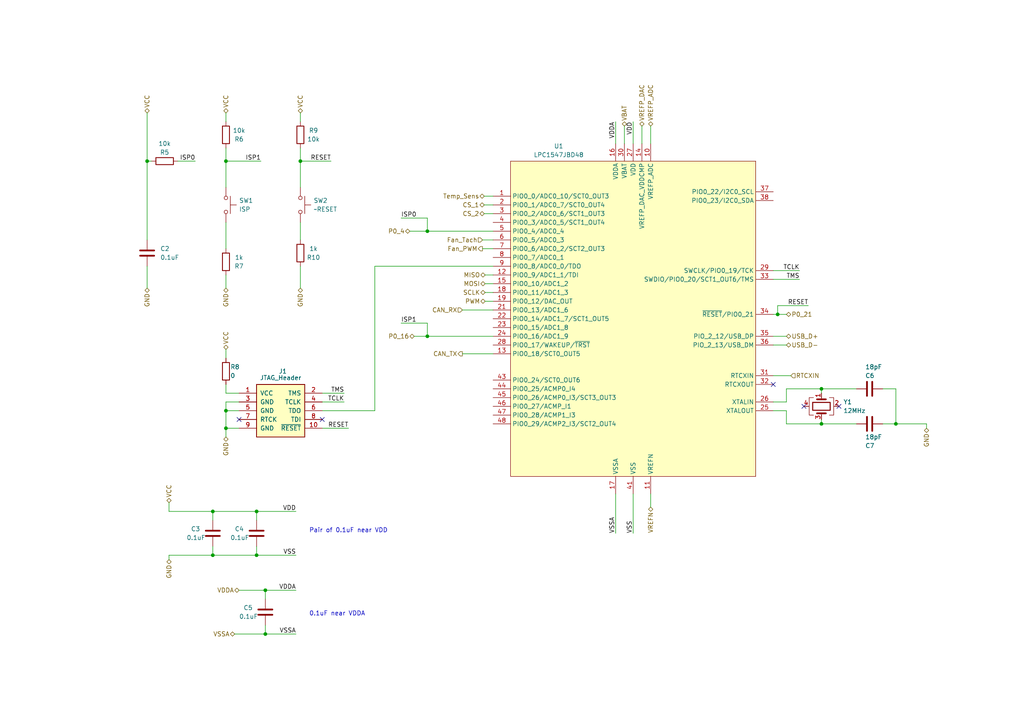
<source format=kicad_sch>
(kicad_sch (version 20230121) (generator eeschema)
  (paper "A4")
  (lib_symbols
    (symbol "Connector_ISC:JTAG_header" (pin_names (offset 1.016))
      (property "Reference" "J" (at -5.08 -2.54 0))
      (property "Value" "JTAG_header" (at 0 -21.59 0))
      (symbol "JTAG_header_0_1"
        (rectangle (start -6.35 -3.81) (end 7.62 -19.05) (stroke (width 0.254)) (fill (type background)))
      )
      (symbol "JTAG_header_1_1"
        (pin passive line (at -11.43 -6.35 0) (length 5.08) (name "VCC") (number "1"))
        (pin passive line (at 12.7 -16.51 180) (length 5.08) (name "~{RESET}") (number "10"))
        (pin passive line (at 12.7 -6.35 180) (length 5.08) (name "TMS") (number "2"))
        (pin passive line (at -11.43 -8.89 0) (length 5.08) (name "GND") (number "3"))
        (pin passive line (at 12.7 -8.89 180) (length 5.08) (name "TCLK") (number "4"))
        (pin passive line (at -11.43 -11.43 0) (length 5.08) (name "GND") (number "5"))
        (pin passive line (at 12.7 -11.43 180) (length 5.08) (name "TDO") (number "6"))
        (pin passive line (at -11.43 -13.97 0) (length 5.08) (name "RTCK") (number "7"))
        (pin passive line (at 12.7 -13.97 180) (length 5.08) (name "TDI") (number "8"))
        (pin passive line (at -11.43 -16.51 0) (length 5.08) (name "GND") (number "9"))
      )
    )
    (symbol "MCU:LPC1517JBD48"
      (property "Reference" "U" (at -1.27 2.54 0))
      (property "Value" "LPC1517JBD48" (at -1.27 0 0))
      (symbol "LPC1517JBD48_1_1"
        (rectangle (start -34.29 -46.99) (end 36.83 44.45) (fill (type background)))
        (pin bidirectional line (at -39.37 34.29 0) (length 5.08) (name "PIO0_0/ADC0_10/SCT0_OUT3") (number "1"))
        (pin power_in line (at 6.35 49.53 270) (length 5.08) (name "VREFP_ADC") (number "10"))
        (pin power_in line (at 6.35 -52.07 90) (length 5.08) (name "VREFN") (number "11"))
        (pin bidirectional line (at -39.37 11.43 0) (length 5.08) (name "PIO0_9/ADC1_1/TDI") (number "12"))
        (pin bidirectional line (at -39.37 -11.43 0) (length 5.08) (name "PIO0_18/SCT0_OUT5") (number "13"))
        (pin power_in line (at 3.81 49.53 270) (length 5.08) (name "VREFP_DAC_VDDCMP") (number "14"))
        (pin bidirectional line (at -39.37 8.89 0) (length 5.08) (name "PIO0_10/ADC1_2") (number "15"))
        (pin power_in line (at -3.81 49.53 270) (length 5.08) (name "VDDA") (number "16"))
        (pin power_in line (at -3.81 -52.07 90) (length 5.08) (name "VSSA") (number "17"))
        (pin bidirectional line (at -39.37 6.35 0) (length 5.08) (name "PIO0_11/ADC1_3") (number "18"))
        (pin bidirectional line (at -39.37 3.81 0) (length 5.08) (name "PIO0_12/DAC_OUT") (number "19"))
        (pin bidirectional line (at -39.37 31.75 0) (length 5.08) (name "PIO0_1/ADC0_7/SCT0_OUT4") (number "2"))
        (pin passive line (at 1.27 -52.07 90) (length 5.08) hide (name "VSS") (number "20"))
        (pin bidirectional line (at -39.37 1.27 0) (length 5.08) (name "PIO0_13/ADC1_6") (number "21"))
        (pin bidirectional line (at -39.37 -1.27 0) (length 5.08) (name "PIO0_14/ADC1_7/SCT1_OUT5") (number "22"))
        (pin bidirectional line (at -39.37 -3.81 0) (length 5.08) (name "PIO0_15/ADC1_8") (number "23"))
        (pin bidirectional line (at -39.37 -6.35 0) (length 5.08) (name "PIO0_16/ADC1_9") (number "24"))
        (pin bidirectional line (at 41.91 -27.94 180) (length 5.08) (name "XTALOUT") (number "25"))
        (pin bidirectional line (at 41.91 -25.4 180) (length 5.08) (name "XTALIN") (number "26"))
        (pin power_in line (at 1.27 49.53 270) (length 5.08) (name "VDD") (number "27"))
        (pin bidirectional line (at -39.37 -8.89 0) (length 5.08) (name "PIO0_17/WAKEUP/~{TRST}") (number "28"))
        (pin bidirectional line (at 41.91 12.7 180) (length 5.08) (name "SWCLK/PIO0_19/TCK") (number "29"))
        (pin bidirectional line (at -39.37 29.21 0) (length 5.08) (name "PIO0_2/ADC0_6/SCT1_OUT3") (number "3"))
        (pin power_in line (at -1.27 49.53 270) (length 5.08) (name "VBAT") (number "30"))
        (pin input line (at 41.91 -17.78 180) (length 5.08) (name "RTCXIN") (number "31"))
        (pin bidirectional line (at 41.91 -20.32 180) (length 5.08) (name "RTCXOUT") (number "32"))
        (pin bidirectional line (at 41.91 10.16 180) (length 5.08) (name "SWDIO/PIO0_20/SCT1_OUT6/TMS") (number "33"))
        (pin bidirectional line (at 41.91 0 180) (length 5.08) (name "~{RESET}/PIO0_21") (number "34"))
        (pin bidirectional line (at 41.91 -6.35 180) (length 5.08) (name "PIO_2_12/USB_DP") (number "35"))
        (pin bidirectional line (at 41.91 -8.89 180) (length 5.08) (name "PIO_2_13/USB_DM") (number "36"))
        (pin bidirectional line (at 41.91 35.56 180) (length 5.08) (name "PIO0_22/I2C0_SCL") (number "37"))
        (pin bidirectional line (at 41.91 33.02 180) (length 5.08) (name "PIO0_23/I2C0_SDA") (number "38"))
        (pin passive line (at 1.27 49.53 270) (length 5.08) hide (name "VDD") (number "39"))
        (pin bidirectional line (at -39.37 26.67 0) (length 5.08) (name "PIO0_3/ADC0_5/SCT1_OUT4") (number "4"))
        (pin passive line (at 1.27 -52.07 90) (length 5.08) hide (name "VSS") (number "40"))
        (pin power_in line (at 1.27 -52.07 90) (length 5.08) (name "VSS") (number "41"))
        (pin passive line (at 1.27 49.53 270) (length 5.08) hide (name "VDD") (number "42"))
        (pin bidirectional line (at -39.37 -19.05 0) (length 5.08) (name "PIO0_24/SCT0_OUT6") (number "43"))
        (pin bidirectional line (at -39.37 -21.59 0) (length 5.08) (name "PIO0_25/ACMP0_I4") (number "44"))
        (pin bidirectional line (at -39.37 -24.13 0) (length 5.08) (name "PIO0_26/ACMP0_I3/SCT3_OUT3") (number "45"))
        (pin bidirectional line (at -39.37 -26.67 0) (length 5.08) (name "PIO0_27/ACMP_I1") (number "46"))
        (pin bidirectional line (at -39.37 -29.21 0) (length 5.08) (name "PIO0_28/ACMP1_I3") (number "47"))
        (pin bidirectional line (at -39.37 -31.75 0) (length 5.08) (name "PIO0_29/ACMP2_I3/SCT2_OUT4") (number "48"))
        (pin bidirectional line (at -39.37 24.13 0) (length 5.08) (name "PIO0_4/ADC0_4") (number "5"))
        (pin bidirectional line (at -39.37 21.59 0) (length 5.08) (name "PIO0_5/ADC0_3") (number "6"))
        (pin bidirectional line (at -39.37 19.05 0) (length 5.08) (name "PIO0_6/ADC0_2/SCT2_OUT3") (number "7"))
        (pin bidirectional line (at -39.37 16.51 0) (length 5.08) (name "PIO0_7/ADC0_1") (number "8"))
        (pin bidirectional line (at -39.37 13.97 0) (length 5.08) (name "PIO0_8/ADC0_0/TDO") (number "9"))
      )
    )
    (symbol "Switch:SW_Push" (pin_numbers hide) (pin_names (offset 1.016) hide)
      (property "Reference" "SW" (at 1.27 2.54 0))
      (property "Value" "SW_Push" (at 0 -1.524 0))
      (symbol "SW_Push_0_1"
        (circle (center -2.032 0) (radius 0.508))
        (polyline (pts (xy 0 1.27) (xy 0 3.048)))
        (polyline (pts (xy 2.54 1.27) (xy -2.54 1.27)))
        (circle (center 2.032 0) (radius 0.508))
        (pin passive line (at -5.08 0 0) (length 2.54) (name "1") (number "1"))
        (pin passive line (at 5.08 0 180) (length 2.54) (name "2") (number "2"))
      )
    )
    (symbol "device:C" (pin_numbers hide) (pin_names (offset 0.254))
      (property "Reference" "C" (at 0.635 2.54 0))
      (property "Value" "C" (at 0.635 -2.54 0))
      (symbol "C_0_1"
        (polyline (pts (xy -2.032 -0.762) (xy 2.032 -0.762)) (stroke (width 0.508)))
        (polyline (pts (xy -2.032 0.762) (xy 2.032 0.762)) (stroke (width 0.508)))
      )
      (symbol "C_1_1"
        (pin passive line (at 0 3.81 270) (length 2.794) (name "~") (number "1"))
        (pin passive line (at 0 -3.81 90) (length 2.794) (name "~") (number "2"))
      )
    )
    (symbol "device:Crystal_GND24" (pin_names (offset 1.016) hide)
      (property "Reference" "Y" (at 3.175 5.08 0))
      (property "Value" "Crystal_GND24" (at 3.175 3.175 0))
      (symbol "Crystal_GND24_0_1"
        (rectangle (start -1.143 2.54) (end 1.143 -2.54) (stroke (width 0.3048)))
        (polyline (pts (xy -2.54 0) (xy -2.032 0)))
        (polyline (pts (xy -2.032 -1.27) (xy -2.032 1.27)) (stroke (width 0.508)))
        (polyline (pts (xy 0 -3.81) (xy 0 -3.556)))
        (polyline (pts (xy 0 3.556) (xy 0 3.81)))
        (polyline (pts (xy 2.032 -1.27) (xy 2.032 1.27)) (stroke (width 0.508)))
        (polyline (pts (xy 2.032 0) (xy 2.54 0)))
        (polyline (pts (xy -2.54 -2.286) (xy -2.54 -3.556) (xy 2.54 -3.556) (xy 2.54 -2.286)))
        (polyline (pts (xy -2.54 2.286) (xy -2.54 3.556) (xy 2.54 3.556) (xy 2.54 2.286)))
      )
      (symbol "Crystal_GND24_1_1"
        (pin passive line (at -3.81 0 0) (length 1.27) (name "1") (number "1"))
        (pin passive line (at 0 5.08 270) (length 1.27) (name "2") (number "2"))
        (pin passive line (at 3.81 0 180) (length 1.27) (name "3") (number "3"))
        (pin passive line (at 0 -5.08 90) (length 1.27) (name "4") (number "4"))
      )
    )
    (symbol "device:R" (pin_numbers hide) (pin_names (offset 0))
      (property "Reference" "R" (at 2.032 0 90))
      (property "Value" "R" (at 0 0 90))
      (symbol "R_0_1"
        (rectangle (start -1.016 -2.54) (end 1.016 2.54) (stroke (width 0.254)))
      )
      (symbol "R_1_1"
        (pin passive line (at 0 3.81 270) (length 1.27) (name "~") (number "1"))
        (pin passive line (at 0 -3.81 90) (length 1.27) (name "~") (number "2"))
      )
    )
  )
  (junction (at 76.962 171.196))
  (junction (at 123.952 67.056))
  (junction (at 238.252 112.776))
  (junction (at 123.952 97.536))
  (junction (at 74.422 161.036))
  (junction (at 238.252 122.936))
  (junction (at 87.122 46.736))
  (junction (at 42.672 46.736))
  (junction (at 225.552 91.186))
  (junction (at 76.962 183.896))
  (junction (at 65.532 46.736))
  (junction (at 259.842 122.936))
  (junction (at 61.722 161.036))
  (junction (at 74.422 148.336))
  (junction (at 65.532 119.126))
  (junction (at 65.532 124.206))
  (junction (at 61.722 148.336))
  (no_connect (at 224.282 111.506))
  (no_connect (at 233.172 117.856))
  (no_connect (at 93.472 121.666))
  (no_connect (at 243.332 117.856))
  (no_connect (at 69.342 121.666))
  (wire (pts (xy 123.952 67.056) (xy 143.002 67.056)))
  (wire (pts (xy 65.532 124.206) (xy 65.532 126.746)))
  (wire (pts (xy 49.022 161.036) (xy 61.722 161.036)))
  (wire (pts (xy 118.872 67.056) (xy 123.952 67.056)))
  (wire (pts (xy 69.342 116.586) (xy 65.532 116.586)))
  (wire (pts (xy 61.722 148.336) (xy 74.422 148.336)))
  (wire (pts (xy 123.952 97.536) (xy 143.002 97.536)))
  (wire (pts (xy 87.122 64.516) (xy 87.122 69.596)))
  (wire (pts (xy 76.962 181.356) (xy 76.962 183.896)))
  (wire (pts (xy 228.092 119.126) (xy 228.092 122.936)))
  (wire (pts (xy 74.422 158.496) (xy 74.422 161.036)))
  (wire (pts (xy 43.942 46.736) (xy 42.672 46.736)))
  (wire (pts (xy 225.552 91.186) (xy 225.552 88.646)))
  (wire (pts (xy 51.562 46.736) (xy 56.642 46.736)))
  (wire (pts (xy 238.252 121.666) (xy 238.252 122.936)))
  (wire (pts (xy 225.552 91.186) (xy 228.092 91.186)))
  (wire (pts (xy 140.462 61.976) (xy 143.002 61.976)))
  (wire (pts (xy 68.072 183.896) (xy 76.962 183.896)))
  (wire (pts (xy 268.732 122.936) (xy 268.732 124.206)))
  (wire (pts (xy 76.962 171.196) (xy 85.852 171.196)))
  (wire (pts (xy 256.032 112.776) (xy 259.842 112.776)))
  (wire (pts (xy 188.722 147.066) (xy 188.722 143.256)))
  (wire (pts (xy 93.472 124.206) (xy 101.092 124.206)))
  (wire (pts (xy 224.282 81.026) (xy 231.902 81.026)))
  (wire (pts (xy 65.532 42.926) (xy 65.532 46.736)))
  (wire (pts (xy 225.552 88.646) (xy 234.442 88.646)))
  (wire (pts (xy 93.472 116.586) (xy 99.822 116.586)))
  (wire (pts (xy 238.252 122.936) (xy 248.412 122.936)))
  (wire (pts (xy 74.422 150.876) (xy 74.422 148.336)))
  (wire (pts (xy 238.252 114.046) (xy 238.252 112.776)))
  (wire (pts (xy 61.722 161.036) (xy 74.422 161.036)))
  (wire (pts (xy 116.332 63.246) (xy 123.952 63.246)))
  (wire (pts (xy 120.142 97.536) (xy 123.952 97.536)))
  (wire (pts (xy 228.092 122.936) (xy 238.252 122.936)))
  (wire (pts (xy 87.122 46.736) (xy 87.122 54.356)))
  (wire (pts (xy 140.716 84.836) (xy 143.002 84.836)))
  (wire (pts (xy 259.842 112.776) (xy 259.842 122.936)))
  (wire (pts (xy 123.952 97.536) (xy 123.952 93.726)))
  (wire (pts (xy 87.122 32.766) (xy 87.122 35.306)))
  (wire (pts (xy 69.342 119.126) (xy 65.532 119.126)))
  (wire (pts (xy 87.122 77.216) (xy 87.122 83.566)))
  (wire (pts (xy 256.032 122.936) (xy 259.842 122.936)))
  (wire (pts (xy 134.112 102.616) (xy 143.002 102.616)))
  (wire (pts (xy 108.712 119.126) (xy 93.472 119.126)))
  (wire (pts (xy 224.282 78.486) (xy 231.902 78.486)))
  (wire (pts (xy 228.092 116.586) (xy 228.092 112.776)))
  (wire (pts (xy 96.012 46.736) (xy 87.122 46.736)))
  (wire (pts (xy 65.532 35.306) (xy 65.532 32.766)))
  (wire (pts (xy 61.722 150.876) (xy 61.722 148.336)))
  (wire (pts (xy 139.954 72.136) (xy 143.002 72.136)))
  (wire (pts (xy 42.672 46.736) (xy 42.672 69.596)))
  (wire (pts (xy 188.722 41.656) (xy 188.722 36.576)))
  (wire (pts (xy 69.342 124.206) (xy 65.532 124.206)))
  (wire (pts (xy 76.962 171.196) (xy 76.962 173.736)))
  (wire (pts (xy 238.252 112.776) (xy 248.412 112.776)))
  (wire (pts (xy 186.182 41.656) (xy 186.182 36.576)))
  (wire (pts (xy 49.022 145.796) (xy 49.022 148.336)))
  (wire (pts (xy 87.122 42.926) (xy 87.122 46.736)))
  (wire (pts (xy 139.954 69.596) (xy 143.002 69.596)))
  (wire (pts (xy 140.462 59.436) (xy 143.002 59.436)))
  (wire (pts (xy 49.022 148.336) (xy 61.722 148.336)))
  (wire (pts (xy 74.422 161.036) (xy 85.852 161.036)))
  (wire (pts (xy 140.462 56.896) (xy 143.002 56.896)))
  (wire (pts (xy 183.642 35.306) (xy 183.642 41.656)))
  (wire (pts (xy 228.092 112.776) (xy 238.252 112.776)))
  (wire (pts (xy 76.962 183.896) (xy 85.852 183.896)))
  (wire (pts (xy 143.002 89.916) (xy 134.112 89.916)))
  (wire (pts (xy 224.282 91.186) (xy 225.552 91.186)))
  (wire (pts (xy 61.722 158.496) (xy 61.722 161.036)))
  (wire (pts (xy 224.282 116.586) (xy 228.092 116.586)))
  (wire (pts (xy 224.282 108.966) (xy 229.362 108.966)))
  (wire (pts (xy 69.342 171.196) (xy 76.962 171.196)))
  (wire (pts (xy 65.532 79.756) (xy 65.532 83.566)))
  (wire (pts (xy 108.712 119.126) (xy 108.712 77.216)))
  (wire (pts (xy 123.952 93.726) (xy 116.332 93.726)))
  (wire (pts (xy 69.342 114.046) (xy 65.532 114.046)))
  (wire (pts (xy 93.472 114.046) (xy 99.822 114.046)))
  (wire (pts (xy 65.532 46.736) (xy 65.532 54.356)))
  (wire (pts (xy 181.102 41.656) (xy 181.102 36.576)))
  (wire (pts (xy 42.672 77.216) (xy 42.672 83.566)))
  (wire (pts (xy 65.532 119.126) (xy 65.532 124.206)))
  (wire (pts (xy 140.716 79.756) (xy 143.002 79.756)))
  (wire (pts (xy 259.842 122.936) (xy 268.732 122.936)))
  (wire (pts (xy 228.092 100.076) (xy 224.282 100.076)))
  (wire (pts (xy 65.532 101.346) (xy 65.532 103.886)))
  (wire (pts (xy 140.716 87.376) (xy 143.002 87.376)))
  (wire (pts (xy 224.282 97.536) (xy 228.092 97.536)))
  (wire (pts (xy 65.532 64.516) (xy 65.532 72.136)))
  (wire (pts (xy 123.952 63.246) (xy 123.952 67.056)))
  (wire (pts (xy 108.712 77.216) (xy 143.002 77.216)))
  (wire (pts (xy 49.022 161.036) (xy 49.022 162.306)))
  (wire (pts (xy 183.642 143.256) (xy 183.642 154.686)))
  (wire (pts (xy 65.532 46.736) (xy 75.692 46.736)))
  (wire (pts (xy 224.282 119.126) (xy 228.092 119.126)))
  (wire (pts (xy 178.562 35.306) (xy 178.562 41.656)))
  (wire (pts (xy 74.422 148.336) (xy 85.852 148.336)))
  (wire (pts (xy 140.716 82.296) (xy 143.002 82.296)))
  (wire (pts (xy 42.672 32.766) (xy 42.672 46.736)))
  (wire (pts (xy 178.562 143.256) (xy 178.562 154.686)))
  (wire (pts (xy 65.532 116.586) (xy 65.532 119.126)))
  (wire (pts (xy 65.532 111.506) (xy 65.532 114.046)))
  (text "Pair of 0.1uF near VDD" (at 89.662 154.686 0) (effects (font (size 1.27 1.27)) (justify left bottom)))
  (text "0.1uF near VDDA" (at 89.662 178.816 0) (effects (font (size 1.27 1.27)) (justify left bottom)))
  (label "VSS" (at 85.852 161.036 180))
  (label "RESET" (at 234.442 88.646 180))
  (label "ISP1" (at 75.692 46.736 180))
  (label "VDDA" (at 85.852 171.196 180))
  (label "RESET" (at 101.092 124.206 180))
  (label "VSSA" (at 178.562 154.686 90))
  (label "ISP0" (at 56.642 46.736 180))
  (label "RESET" (at 96.012 46.736 180))
  (label "VDD" (at 85.852 148.336 180))
  (label "TMS" (at 231.902 81.026 180))
  (label "ISP0" (at 116.332 63.246 0))
  (label "VDD" (at 183.642 35.306 270))
  (label "TMS" (at 99.822 114.046 180))
  (label "VSSA" (at 85.852 183.896 180))
  (label "TCLK" (at 99.822 116.586 180))
  (label "VSS" (at 183.642 154.686 90))
  (label "VDDA" (at 178.562 35.306 270))
  (label "ISP1" (at 116.332 93.726 0))
  (label "TCLK" (at 231.902 78.486 180))
  (hierarchical_label "VREFP_DAC" (shape bidirectional) (at 186.182 36.576 90))
  (hierarchical_label "VCC" (shape bidirectional) (at 42.672 32.766 90))
  (hierarchical_label "P0_4" (shape bidirectional) (at 118.872 67.056 180))
  (hierarchical_label "VSSA" (shape bidirectional) (at 68.072 183.896 180))
  (hierarchical_label "GND" (shape bidirectional) (at 268.732 124.206 270))
  (hierarchical_label "VBAT" (shape bidirectional) (at 181.102 36.576 90))
  (hierarchical_label "MISO" (shape bidirectional) (at 140.716 79.756 180))
  (hierarchical_label "VCC" (shape bidirectional) (at 65.532 101.346 90))
  (hierarchical_label "GND" (shape bidirectional) (at 42.672 83.566 270))
  (hierarchical_label "SCLK" (shape bidirectional) (at 140.716 84.836 180))
  (hierarchical_label "VREFP_ADC" (shape bidirectional) (at 188.722 36.576 90))
  (hierarchical_label "VCC" (shape bidirectional) (at 65.532 32.766 90))
  (hierarchical_label "USB_D-" (shape bidirectional) (at 228.092 100.076 0))
  (hierarchical_label "GND" (shape bidirectional) (at 65.532 126.746 270))
  (hierarchical_label "VDDA" (shape bidirectional) (at 69.342 171.196 180))
  (hierarchical_label "Fan_Tach" (shape input) (at 139.954 69.596 180))
  (hierarchical_label "P0_21" (shape bidirectional) (at 228.092 91.186 0))
  (hierarchical_label "Fan_PWM" (shape output) (at 139.954 72.136 180))
  (hierarchical_label "CS_2" (shape bidirectional) (at 140.462 61.976 180))
  (hierarchical_label "VCC" (shape bidirectional) (at 49.022 145.796 90))
  (hierarchical_label "CAN_TX" (shape output) (at 134.112 102.616 180))
  (hierarchical_label "VREFN" (shape bidirectional) (at 188.722 147.066 270))
  (hierarchical_label "GND" (shape bidirectional) (at 87.122 83.566 270))
  (hierarchical_label "GND" (shape bidirectional) (at 49.022 162.306 270))
  (hierarchical_label "USB_D+" (shape bidirectional) (at 228.092 97.536 0))
  (hierarchical_label "MOSI" (shape bidirectional) (at 140.716 82.296 180))
  (hierarchical_label "VCC" (shape bidirectional) (at 87.122 32.766 90))
  (hierarchical_label "GND" (shape bidirectional) (at 65.532 83.566 270))
  (hierarchical_label "CS_1" (shape bidirectional) (at 140.462 59.436 180))
  (hierarchical_label "Temp_Sens" (shape bidirectional) (at 140.462 56.896 180))
  (hierarchical_label "CAN_RX" (shape input) (at 134.112 89.916 180))
  (hierarchical_label "PWM" (shape bidirectional) (at 140.716 87.376 180))
  (hierarchical_label "RTCXIN" (shape input) (at 229.362 108.966 0))
  (hierarchical_label "P0_16" (shape bidirectional) (at 120.142 97.536 180))
  (symbol (lib_id "device:R") (at 87.122 39.116 180) (unit 1)
    (property "Reference" "R9" (at 90.932 37.846 0))
    (property "Value" "10k" (at 90.932 40.386 0))
    (property "Footprint" "Resistor_SMD:R_0603_1608Metric" (effects hide))
    (property "Note" "0.1W 5% 0603  " (effects hide))
    (property "MPN" "RES SMD 10K OHM 1% 1/4W 0603" (effects hide))
    (instances (project "LogicBoard_v1" (path "" (reference "R9") (unit 1))) (project "BRAIN_v4.0" (path "" (reference "R?") (unit 1)) (path "" (reference "R?") (unit 1)) (path "" (reference "R18") (unit 1))))
  )
  (symbol (lib_id "device:R") (at 87.122 73.406 180) (unit 1)
    (property "Reference" "R10" (at 90.932 74.676 0))
    (property "Value" "1k" (at 90.932 72.136 0))
    (property "Footprint" "Resistor_SMD:R_0603_1608Metric" (effects hide))
    (property "Note" "0.1W 5% 0603  " (effects hide))
    (property "MPN" "RES SMD 1K OHM 5% 1/4W 0603" (effects hide))
    (instances (project "LogicBoard_v1" (path "" (reference "R10") (unit 1))) (project "BRAIN_v4.0" (path "" (reference "R?") (unit 1)) (path "" (reference "R?") (unit 1)) (path "" (reference "R19") (unit 1))))
  )
  (symbol (lib_id "device:C") (at 76.962 177.546 0) (unit 1)
    (property "Reference" "C5" (at 70.612 176.276 0) (effects (justify left)))
    (property "Value" "0.1uF" (at 69.342 178.816 0) (effects (justify left)))
    (property "Footprint" "Capacitor_SMD:C_0603_1608Metric" (effects hide))
    (property "Note" "10V X5R 0603 20%" (effects hide))
    (property "MPN" "CAP CER 0.1uF 10V X7R 0603" (effects hide))
    (instances (project "LogicBoard_v1" (path "" (reference "C5") (unit 1))) (project "BRAIN_v4.0" (path "" (reference "C?") (unit 1)) (path "" (reference "C?") (unit 1)) (path "" (reference "C10") (unit 1))))
  )
  (symbol (lib_id "Switch:SW_Push") (at 87.122 59.436 270) (unit 1)
    (property "Reference" "SW2" (at 90.932 58.166 90) (effects (justify left)))
    (property "Value" "~RESET" (at 90.932 60.706 90) (effects (justify left)))
    (property "Footprint" "layout:RST_STM_PTS_820_Series" (effects hide))
    (property "Datasheet" "https://www.mouser.com/datasheet/2/26/ADTS3-369939-1158421.pdf" (effects hide))
    (property "MPN" "ADTSM31NV" (effects hide))
    (instances (project "LogicBoard_v1" (path "" (reference "SW2") (unit 1))) (project "BRAIN_v4.0" (path "" (reference "SW?") (unit 1)) (path "" (reference "SW?") (unit 1)) (path "" (reference "SW2") (unit 1))))
  )
  (symbol (lib_id "device:R") (at 65.532 107.696 0) (unit 1)
    (property "Reference" "R8" (at 66.802 106.426 0) (effects (justify left)))
    (property "Value" "0 " (at 66.802 108.966 0) (effects (justify left)))
    (property "Footprint" "Resistor_SMD:R_0603_1608Metric" (effects hide))
    (property "Note" "0.1W 5% 0603  " (effects hide))
    (property "DNP" "DNP" (effects hide))
    (property "MPN" "RES SMD 0 OHM 5% 1/4W 0603" (effects hide))
    (instances (project "LogicBoard_v1" (path "" (reference "R8") (unit 1))) (project "BRAIN_v4.0" (path "" (reference "R?") (unit 1)) (path "" (reference "R?") (unit 1)) (path "" (reference "R17") (unit 1))))
  )
  (symbol (lib_id "device:R") (at 65.532 75.946 180) (unit 1)
    (property "Reference" "R7" (at 69.342 77.216 0))
    (property "Value" "1k" (at 69.342 74.676 0))
    (property "Footprint" "Resistor_SMD:R_0603_1608Metric" (effects hide))
    (property "Note" "0.1W 5% 0603  " (effects hide))
    (property "MPN" "RES SMD 1K OHM 5% 1/4W 0603" (effects hide))
    (instances (project "LogicBoard_v1" (path "" (reference "R7") (unit 1))) (project "BRAIN_v4.0" (path "" (reference "R?") (unit 1)) (path "" (reference "R?") (unit 1)) (path "" (reference "R16") (unit 1))))
  )
  (symbol (lib_id "device:C") (at 42.672 73.406 0) (unit 1)
    (property "Reference" "C2" (at 46.482 72.136 0) (effects (justify left)))
    (property "Value" "0.1uF" (at 46.482 74.676 0) (effects (justify left)))
    (property "Footprint" "Capacitor_SMD:C_0603_1608Metric" (effects hide))
    (property "Note" "10V X5R 0603 20%" (effects hide))
    (property "MPN" "CAP CER 0.1uF 10V X7R 0603" (effects hide))
    (instances (project "LogicBoard_v1" (path "" (reference "C2") (unit 1))) (project "BRAIN_v4.0" (path "" (reference "C?") (unit 1)) (path "" (reference "C?") (unit 1)) (path "" (reference "C7") (unit 1))))
  )
  (symbol (lib_id "device:R") (at 65.532 39.116 0) (unit 1)
    (property "Reference" "R6" (at 69.342 40.386 0))
    (property "Value" "10k" (at 69.342 37.846 0))
    (property "Footprint" "Resistor_SMD:R_0603_1608Metric" (effects hide))
    (property "Note" "0.1W 5% 0603  " (effects hide))
    (property "MPN" "RES SMD 10K OHM 1% 1/4W 0603" (effects hide))
    (instances (project "LogicBoard_v1" (path "" (reference "R6") (unit 1))) (project "BRAIN_v4.0" (path "" (reference "R?") (unit 1)) (path "" (reference "R?") (unit 1)) (path "" (reference "R15") (unit 1))))
  )
  (symbol (lib_id "Connector_ISC:JTAG_header") (at 80.772 107.696 0) (unit 1)
    (property "Reference" "J1" (at 82.042 107.696 0))
    (property "Value" "JTAG_Header" (at 81.407 109.5756 0))
    (property "Footprint" "layout:IDC-Header_2x05_Pitch1.27mm_Straight" (effects hide))
    (property "Note" "JTAG_header" (effects hide))
    (property "MPN" "3220-10-0100-00" (effects hide))
    (instances (project "LogicBoard_v1" (path "" (reference "J1") (unit 1))) (project "BRAIN_v4.0" (path "" (reference "J?") (unit 1)) (path "" (reference "J?") (unit 1)) (path "" (reference "J9") (unit 1))))
  )
  (symbol (lib_id "device:C") (at 74.422 154.686 0) (unit 1)
    (property "Reference" "C4" (at 68.072 153.416 0) (effects (justify left)))
    (property "Value" "0.1uF" (at 66.802 155.956 0) (effects (justify left)))
    (property "Footprint" "Capacitor_SMD:C_0603_1608Metric" (effects hide))
    (property "Note" "10V X5R 0603 20%" (effects hide))
    (property "MPN" "CAP CER 0.1uF 10V X7R 0603" (effects hide))
    (instances (project "LogicBoard_v1" (path "" (reference "C4") (unit 1))) (project "BRAIN_v4.0" (path "" (reference "C?") (unit 1)) (path "" (reference "C?") (unit 1)) (path "" (reference "C9") (unit 1))))
  )
  (symbol (lib_id "Switch:SW_Push") (at 65.532 59.436 270) (unit 1)
    (property "Reference" "SW1" (at 69.342 58.166 90) (effects (justify left)))
    (property "Value" "ISP" (at 69.342 60.706 90) (effects (justify left)))
    (property "Footprint" "layout:RST_STM_PTS_820_Series" (effects hide))
    (property "Datasheet" "https://www.mouser.com/datasheet/2/26/ADTS3-369939-1158421.pdf" (effects hide))
    (property "MPN" "ADTSM31NV" (effects hide))
    (instances (project "LogicBoard_v1" (path "" (reference "SW1") (unit 1))) (project "BRAIN_v4.0" (path "" (reference "SW?") (unit 1)) (path "" (reference "SW?") (unit 1)) (path "" (reference "SW1") (unit 1))))
  )
  (symbol (lib_id "MCU:LPC1517JBD48") (at 182.372 91.186 0) (unit 1)
    (property "Reference" "U1" (at 162.052 41.656 0) (effects (justify top)))
    (property "Value" "LPC1547JBD48" (at 162.052 44.196 0) (effects (justify top)))
    (property "Footprint" "Housings_QFP:LQFP-48_7x7mm_Pitch0.5mm" (effects hide))
    (property "Datasheet" "https://www.mouser.com/datasheet/2/302/LPC15XX-1126372.pdf" (effects hide))
    (property "MPN" "LPC1547JBD48" (effects hide))
    (instances (project "LogicBoard_v1" (path "" (reference "U1") (unit 1))) (project "BRAIN_v4.0" (path "" (reference "U4") (unit 1))))
  )
  (symbol (lib_id "device:C") (at 252.222 112.776 270) (unit 1)
    (property "Reference" "C6" (at 250.952 108.966 90) (effects (justify left)))
    (property "Value" "18pF" (at 250.952 106.426 90) (effects (justify left)))
    (property "Footprint" "Capacitor_SMD:C_0603_1608Metric" (effects hide))
    (property "Note" "10V X5R 0603 20%" (effects hide))
    (property "MPN" "CAP CER 18pF 10V X7R 0603" (effects hide))
    (instances (project "LogicBoard_v1" (path "" (reference "C6") (unit 1))) (project "BRAIN_v4.0" (path "" (reference "C?") (unit 1)) (path "" (reference "C?") (unit 1)) (path "" (reference "C11") (unit 1))))
  )
  (symbol (lib_id "device:Crystal_GND24") (at 238.252 117.856 270) (unit 1)
    (property "Reference" "Y1" (at 244.602 116.586 90) (effects (justify left)))
    (property "Value" "12MHz" (at 244.602 119.126 90) (effects (justify left)))
    (property "Footprint" "layout:Crystal_SMD_TXC_7M-4pin_3.2x2.5mm" (effects hide))
    (property "Datasheet" "http://www.mouser.com/ds/2/417/7v-1186.pdf" (effects hide))
    (property "MPN" "7V-12.000MAAE-T" (effects hide))
  )
  (symbol (lib_id "device:R") (at 47.752 46.736 90) (unit 1)
    (property "Reference" "R5" (at 47.752 44.196 90))
    (property "Value" "10k" (at 47.752 41.656 90))
    (property "Footprint" "Resistor_SMD:R_0603_1608Metric" (effects hide))
    (property "Note" "0.1W 5% 0603  " (effects hide))
    (property "MPN" "RES SMD 10K OHM 1% 1/4W 0603" (effects hide))
    (instances (project "LogicBoard_v1" (path "" (reference "R5") (unit 1))) (project "BRAIN_v4.0" (path "" (reference "R?") (unit 1)) (path "" (reference "R?") (unit 1)) (path "" (reference "R14") (unit 1))))
  )
  (symbol (lib_id "device:C") (at 61.722 154.686 0) (unit 1)
    (property "Reference" "C3" (at 55.372 153.416 0) (effects (justify left)))
    (property "Value" "0.1uF" (at 54.102 155.956 0) (effects (justify left)))
    (property "Footprint" "Capacitor_SMD:C_0603_1608Metric" (effects hide))
    (property "Note" "10V X5R 0603 20%" (effects hide))
    (property "MPN" "CAP CER 0.1uF 10V X7R 0603" (effects hide))
    (instances (project "LogicBoard_v1" (path "" (reference "C3") (unit 1))) (project "BRAIN_v4.0" (path "" (reference "C?") (unit 1)) (path "" (reference "C?") (unit 1)) (path "" (reference "C8") (unit 1))))
  )
  (symbol (lib_id "device:C") (at 252.222 122.936 270) (unit 1)
    (property "Reference" "C7" (at 250.952 129.286 90) (effects (justify left)))
    (property "Value" "18pF" (at 250.952 126.746 90) (effects (justify left)))
    (property "Footprint" "Capacitor_SMD:C_0603_1608Metric" (effects hide))
    (property "Note" "10V X5R 0603 20%" (effects hide))
    (property "MPN" "CAP CER 18pF 10V X7R 0603" (effects hide))
    (instances (project "LogicBoard_v1" (path "" (reference "C7") (unit 1))) (project "BRAIN_v4.0" (path "" (reference "C?") (unit 1)) (path "" (reference "C?") (unit 1)) (path "" (reference "C12") (unit 1))))
  )
)
</source>
